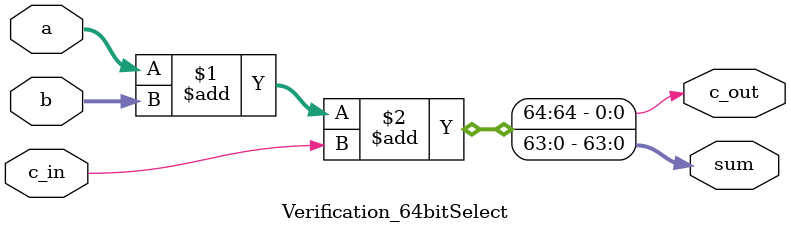
<source format=v>
`timescale 1ns / 1ps
module Verification_64bitSelect(c_out, sum, a, b, c_in);

	input [63:0]	 a, b; //declare inputs a, b, and c_in, one bit each
	input c_in;
	output c_out;
	output [63:0] sum; //declare outputs c_out and sum, one bit each

	assign {c_out, sum} = a + b + c_in;

endmodule

</source>
